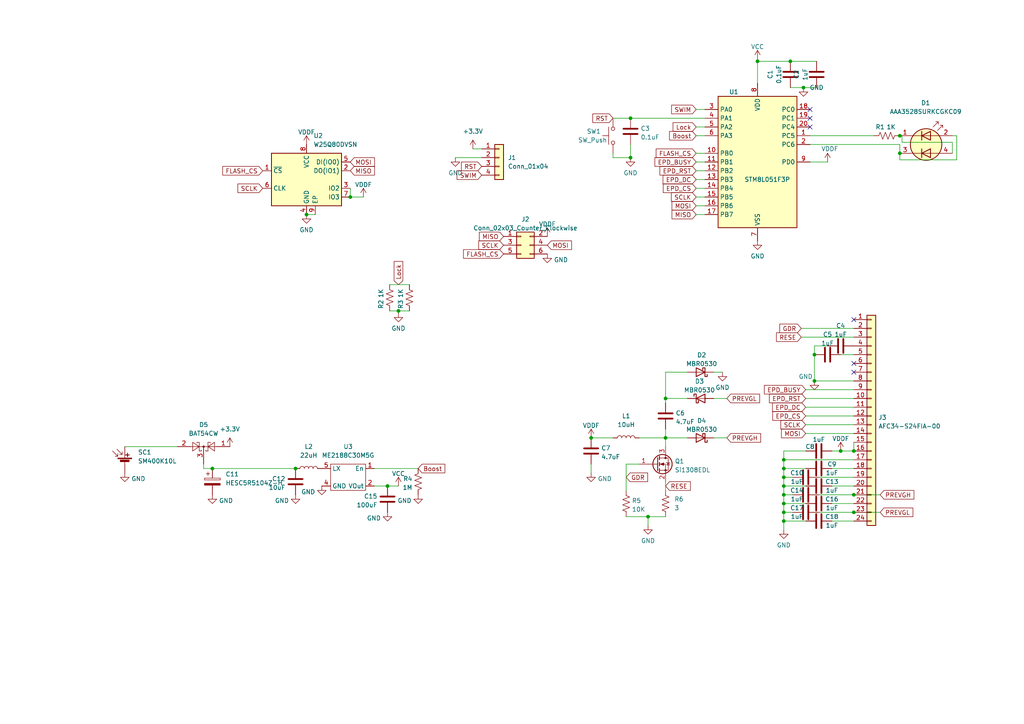
<source format=kicad_sch>
(kicad_sch (version 20211123) (generator eeschema)
  (paper "A4")
  (lib_symbols
    (symbol "Connector_Generic:Conn_01x04" (pin_names (offset 1.016) hide)
      (property "Reference" "J" (at 0 5.08 0))
      (property "Value" "Conn_01x04" (at 0 -7.62 0))
      (symbol "Conn_01x04_1_1"
        (rectangle (start -1.27 -4.953) (end 0 -5.207) (stroke (width 0.1524)))
        (rectangle (start -1.27 -2.413) (end 0 -2.667) (stroke (width 0.1524)))
        (rectangle (start -1.27 0.127) (end 0 -0.127) (stroke (width 0.1524)))
        (rectangle (start -1.27 2.667) (end 0 2.413) (stroke (width 0.1524)))
        (rectangle (start -1.27 3.81) (end 1.27 -6.35) (stroke (width 0.254)) (fill (type background)))
        (pin passive line (at -5.08 2.54 0) (length 3.81) (name "Pin_1") (number "1"))
        (pin passive line (at -5.08 0 0) (length 3.81) (name "Pin_2") (number "2"))
        (pin passive line (at -5.08 -2.54 0) (length 3.81) (name "Pin_3") (number "3"))
        (pin passive line (at -5.08 -5.08 0) (length 3.81) (name "Pin_4") (number "4"))
      )
    )
    (symbol "Connector_Generic:Conn_01x24" (pin_names (offset 1.016) hide)
      (property "Reference" "J" (at 0 30.48 0))
      (property "Value" "Conn_01x24" (at 0 -33.02 0))
      (symbol "Conn_01x24_1_1"
        (rectangle (start -1.27 -30.353) (end 0 -30.607) (stroke (width 0.1524)))
        (rectangle (start -1.27 -27.813) (end 0 -28.067) (stroke (width 0.1524)))
        (rectangle (start -1.27 -25.273) (end 0 -25.527) (stroke (width 0.1524)))
        (rectangle (start -1.27 -22.733) (end 0 -22.987) (stroke (width 0.1524)))
        (rectangle (start -1.27 -20.193) (end 0 -20.447) (stroke (width 0.1524)))
        (rectangle (start -1.27 -17.653) (end 0 -17.907) (stroke (width 0.1524)))
        (rectangle (start -1.27 -15.113) (end 0 -15.367) (stroke (width 0.1524)))
        (rectangle (start -1.27 -12.573) (end 0 -12.827) (stroke (width 0.1524)))
        (rectangle (start -1.27 -10.033) (end 0 -10.287) (stroke (width 0.1524)))
        (rectangle (start -1.27 -7.493) (end 0 -7.747) (stroke (width 0.1524)))
        (rectangle (start -1.27 -4.953) (end 0 -5.207) (stroke (width 0.1524)))
        (rectangle (start -1.27 -2.413) (end 0 -2.667) (stroke (width 0.1524)))
        (rectangle (start -1.27 0.127) (end 0 -0.127) (stroke (width 0.1524)))
        (rectangle (start -1.27 2.667) (end 0 2.413) (stroke (width 0.1524)))
        (rectangle (start -1.27 5.207) (end 0 4.953) (stroke (width 0.1524)))
        (rectangle (start -1.27 7.747) (end 0 7.493) (stroke (width 0.1524)))
        (rectangle (start -1.27 10.287) (end 0 10.033) (stroke (width 0.1524)))
        (rectangle (start -1.27 12.827) (end 0 12.573) (stroke (width 0.1524)))
        (rectangle (start -1.27 15.367) (end 0 15.113) (stroke (width 0.1524)))
        (rectangle (start -1.27 17.907) (end 0 17.653) (stroke (width 0.1524)))
        (rectangle (start -1.27 20.447) (end 0 20.193) (stroke (width 0.1524)))
        (rectangle (start -1.27 22.987) (end 0 22.733) (stroke (width 0.1524)))
        (rectangle (start -1.27 25.527) (end 0 25.273) (stroke (width 0.1524)))
        (rectangle (start -1.27 28.067) (end 0 27.813) (stroke (width 0.1524)))
        (rectangle (start -1.27 29.21) (end 1.27 -31.75) (stroke (width 0.254)) (fill (type background)))
        (pin passive line (at -5.08 27.94 0) (length 3.81) (name "Pin_1") (number "1"))
        (pin passive line (at -5.08 5.08 0) (length 3.81) (name "Pin_10") (number "10"))
        (pin passive line (at -5.08 2.54 0) (length 3.81) (name "Pin_11") (number "11"))
        (pin passive line (at -5.08 0 0) (length 3.81) (name "Pin_12") (number "12"))
        (pin passive line (at -5.08 -2.54 0) (length 3.81) (name "Pin_13") (number "13"))
        (pin passive line (at -5.08 -5.08 0) (length 3.81) (name "Pin_14") (number "14"))
        (pin passive line (at -5.08 -7.62 0) (length 3.81) (name "Pin_15") (number "15"))
        (pin passive line (at -5.08 -10.16 0) (length 3.81) (name "Pin_16") (number "16"))
        (pin passive line (at -5.08 -12.7 0) (length 3.81) (name "Pin_17") (number "17"))
        (pin passive line (at -5.08 -15.24 0) (length 3.81) (name "Pin_18") (number "18"))
        (pin passive line (at -5.08 -17.78 0) (length 3.81) (name "Pin_19") (number "19"))
        (pin passive line (at -5.08 25.4 0) (length 3.81) (name "Pin_2") (number "2"))
        (pin passive line (at -5.08 -20.32 0) (length 3.81) (name "Pin_20") (number "20"))
        (pin passive line (at -5.08 -22.86 0) (length 3.81) (name "Pin_21") (number "21"))
        (pin passive line (at -5.08 -25.4 0) (length 3.81) (name "Pin_22") (number "22"))
        (pin passive line (at -5.08 -27.94 0) (length 3.81) (name "Pin_23") (number "23"))
        (pin passive line (at -5.08 -30.48 0) (length 3.81) (name "Pin_24") (number "24"))
        (pin passive line (at -5.08 22.86 0) (length 3.81) (name "Pin_3") (number "3"))
        (pin passive line (at -5.08 20.32 0) (length 3.81) (name "Pin_4") (number "4"))
        (pin passive line (at -5.08 17.78 0) (length 3.81) (name "Pin_5") (number "5"))
        (pin passive line (at -5.08 15.24 0) (length 3.81) (name "Pin_6") (number "6"))
        (pin passive line (at -5.08 12.7 0) (length 3.81) (name "Pin_7") (number "7"))
        (pin passive line (at -5.08 10.16 0) (length 3.81) (name "Pin_8") (number "8"))
        (pin passive line (at -5.08 7.62 0) (length 3.81) (name "Pin_9") (number "9"))
      )
    )
    (symbol "Connector_Generic:Conn_02x03_Odd_Even" (pin_names (offset 1.016) hide)
      (property "Reference" "J" (at 1.27 5.08 0))
      (property "Value" "Conn_02x03_Odd_Even" (at 1.27 -5.08 0))
      (symbol "Conn_02x03_Odd_Even_1_1"
        (rectangle (start -1.27 -2.413) (end 0 -2.667) (stroke (width 0.1524)))
        (rectangle (start -1.27 0.127) (end 0 -0.127) (stroke (width 0.1524)))
        (rectangle (start -1.27 2.667) (end 0 2.413) (stroke (width 0.1524)))
        (rectangle (start -1.27 3.81) (end 3.81 -3.81) (stroke (width 0.254)) (fill (type background)))
        (rectangle (start 3.81 -2.413) (end 2.54 -2.667) (stroke (width 0.1524)))
        (rectangle (start 3.81 0.127) (end 2.54 -0.127) (stroke (width 0.1524)))
        (rectangle (start 3.81 2.667) (end 2.54 2.413) (stroke (width 0.1524)))
        (pin passive line (at -5.08 2.54 0) (length 3.81) (name "Pin_1") (number "1"))
        (pin passive line (at 7.62 2.54 180) (length 3.81) (name "Pin_2") (number "2"))
        (pin passive line (at -5.08 0 0) (length 3.81) (name "Pin_3") (number "3"))
        (pin passive line (at 7.62 0 180) (length 3.81) (name "Pin_4") (number "4"))
        (pin passive line (at -5.08 -2.54 0) (length 3.81) (name "Pin_5") (number "5"))
        (pin passive line (at 7.62 -2.54 180) (length 3.81) (name "Pin_6") (number "6"))
      )
    )
    (symbol "Device:C" (pin_numbers hide) (pin_names (offset 0.254))
      (property "Reference" "C" (at 0.635 2.54 0))
      (property "Value" "C" (at 0.635 -2.54 0))
      (symbol "C_0_1"
        (polyline (pts (xy -2.032 -0.762) (xy 2.032 -0.762)) (stroke (width 0.508)))
        (polyline (pts (xy -2.032 0.762) (xy 2.032 0.762)) (stroke (width 0.508)))
      )
      (symbol "C_1_1"
        (pin passive line (at 0 3.81 270) (length 2.794) (name "~") (number "1"))
        (pin passive line (at 0 -3.81 90) (length 2.794) (name "~") (number "2"))
      )
    )
    (symbol "Device:C_Polarized" (pin_numbers hide) (pin_names (offset 0.254))
      (property "Reference" "C" (at 0.635 2.54 0))
      (property "Value" "C_Polarized" (at 0.635 -2.54 0))
      (symbol "C_Polarized_0_1"
        (rectangle (start -2.286 0.508) (end 2.286 1.016))
        (polyline (pts (xy -1.778 2.286) (xy -0.762 2.286)))
        (polyline (pts (xy -1.27 2.794) (xy -1.27 1.778)))
        (rectangle (start 2.286 -0.508) (end -2.286 -1.016) (fill (type outline)))
      )
      (symbol "C_Polarized_1_1"
        (pin passive line (at 0 3.81 270) (length 2.794) (name "~") (number "1"))
        (pin passive line (at 0 -3.81 90) (length 2.794) (name "~") (number "2"))
      )
    )
    (symbol "Device:L" (pin_numbers hide) (pin_names (offset 1.016) hide)
      (property "Reference" "L" (at -1.27 0 90))
      (property "Value" "L" (at 1.905 0 90))
      (symbol "L_0_1"
        (arc (start 0 -2.54) (mid 0.635 -1.905) (end 0 -1.27))
        (arc (start 0 -1.27) (mid 0.635 -0.635) (end 0 0))
        (arc (start 0 0) (mid 0.635 0.635) (end 0 1.27))
        (arc (start 0 1.27) (mid 0.635 1.905) (end 0 2.54))
      )
      (symbol "L_1_1"
        (pin passive line (at 0 3.81 270) (length 1.27) (name "1") (number "1"))
        (pin passive line (at 0 -3.81 90) (length 1.27) (name "2") (number "2"))
      )
    )
    (symbol "Device:LED_Dual_KAKA" (pin_names (offset 0) hide)
      (property "Reference" "D" (at 0 5.715 0))
      (property "Value" "LED_Dual_KAKA" (at 0 -6.35 0))
      (symbol "LED_Dual_KAKA_0_1"
        (polyline (pts (xy -5.08 -2.54) (xy 2.032 -2.54)))
        (polyline (pts (xy -5.08 2.54) (xy 2.032 2.54)))
        (polyline (pts (xy -1.27 -1.27) (xy -1.27 -3.81)) (stroke (width 0.254)))
        (polyline (pts (xy -1.27 3.81) (xy -1.27 1.27)) (stroke (width 0.254)))
        (polyline (pts (xy 3.81 -2.54) (xy 1.905 -2.54)))
        (polyline (pts (xy 3.81 2.54) (xy 1.905 2.54)))
        (polyline (pts (xy 1.27 -1.27) (xy 1.27 -3.81) (xy -1.27 -2.54) (xy 1.27 -1.27)) (stroke (width 0.254)))
        (polyline (pts (xy 1.27 3.81) (xy 1.27 1.27) (xy -1.27 2.54) (xy 1.27 3.81)) (stroke (width 0.254)))
        (polyline (pts (xy 2.032 5.08) (xy 3.556 6.604) (xy 2.794 6.604) (xy 3.556 6.604) (xy 3.556 5.842)))
        (polyline (pts (xy 3.302 4.064) (xy 4.826 5.588) (xy 4.064 5.588) (xy 4.826 5.588) (xy 4.826 4.826)))
        (circle (center 0 0) (radius 4.572) (stroke (width 0.254)) (fill (type background)))
      )
      (symbol "LED_Dual_KAKA_1_1"
        (pin input line (at -7.62 2.54 0) (length 3.048) (name "A1") (number "1"))
        (pin input line (at 7.62 2.54 180) (length 3.81) (name "K1") (number "2"))
        (pin input line (at -7.62 -2.54 0) (length 3.048) (name "A2") (number "3"))
        (pin input line (at 7.62 -2.54 180) (length 3.81) (name "K2") (number "4"))
      )
    )
    (symbol "Device:Q_NMOS_GSD" (pin_names (offset 0) hide)
      (property "Reference" "Q" (at 5.08 1.27 0))
      (property "Value" "Q_NMOS_GSD" (at 5.08 -1.27 0))
      (symbol "Q_NMOS_GSD_0_1"
        (polyline (pts (xy 0.254 0) (xy -2.54 0)))
        (polyline (pts (xy 0.254 1.905) (xy 0.254 -1.905)) (stroke (width 0.254)))
        (polyline (pts (xy 0.762 -1.27) (xy 0.762 -2.286)) (stroke (width 0.254)))
        (polyline (pts (xy 0.762 0.508) (xy 0.762 -0.508)) (stroke (width 0.254)))
        (polyline (pts (xy 0.762 2.286) (xy 0.762 1.27)) (stroke (width 0.254)))
        (polyline (pts (xy 2.54 2.54) (xy 2.54 1.778)))
        (polyline (pts (xy 2.54 -2.54) (xy 2.54 0) (xy 0.762 0)))
        (polyline (pts (xy 0.762 -1.778) (xy 3.302 -1.778) (xy 3.302 1.778) (xy 0.762 1.778)))
        (polyline (pts (xy 1.016 0) (xy 2.032 0.381) (xy 2.032 -0.381) (xy 1.016 0)) (fill (type outline)))
        (polyline (pts (xy 2.794 0.508) (xy 2.921 0.381) (xy 3.683 0.381) (xy 3.81 0.254)))
        (polyline (pts (xy 3.302 0.381) (xy 2.921 -0.254) (xy 3.683 -0.254) (xy 3.302 0.381)))
        (circle (center 1.651 0) (radius 2.794) (stroke (width 0.254)))
        (circle (center 2.54 -1.778) (radius 0.254) (fill (type outline)))
        (circle (center 2.54 1.778) (radius 0.254) (fill (type outline)))
      )
      (symbol "Q_NMOS_GSD_1_1"
        (pin input line (at -5.08 0 0) (length 2.54) (name "G") (number "1"))
        (pin passive line (at 2.54 -5.08 90) (length 2.54) (name "S") (number "2"))
        (pin passive line (at 2.54 5.08 270) (length 2.54) (name "D") (number "3"))
      )
    )
    (symbol "Device:R_US" (pin_numbers hide) (pin_names (offset 0))
      (property "Reference" "R" (at 2.54 0 90))
      (property "Value" "R_US" (at -2.54 0 90))
      (symbol "R_US_0_1"
        (polyline (pts (xy 0 -2.286) (xy 0 -2.54)))
        (polyline (pts (xy 0 2.286) (xy 0 2.54)))
        (polyline (pts (xy 0 -0.762) (xy 1.016 -1.143) (xy 0 -1.524) (xy -1.016 -1.905) (xy 0 -2.286)))
        (polyline (pts (xy 0 0.762) (xy 1.016 0.381) (xy 0 0) (xy -1.016 -0.381) (xy 0 -0.762)))
        (polyline (pts (xy 0 2.286) (xy 1.016 1.905) (xy 0 1.524) (xy -1.016 1.143) (xy 0 0.762)))
      )
      (symbol "R_US_1_1"
        (pin passive line (at 0 3.81 270) (length 1.27) (name "~") (number "1"))
        (pin passive line (at 0 -3.81 90) (length 1.27) (name "~") (number "2"))
      )
    )
    (symbol "Device:Solar_Cell" (pin_numbers hide) (pin_names (offset 0) hide)
      (property "Reference" "SC" (at 2.54 2.54 0))
      (property "Value" "Solar_Cell" (at 2.54 0 0))
      (symbol "Solar_Cell_0_1"
        (rectangle (start -2.032 1.778) (end 2.032 1.524) (fill (type outline)))
        (rectangle (start -1.3208 1.1938) (end 1.27 0.6858) (fill (type outline)))
        (polyline (pts (xy -2.032 2.286) (xy -3.556 3.81)))
        (polyline (pts (xy -0.762 2.794) (xy -2.286 4.318)))
        (polyline (pts (xy 0 0.762) (xy 0 0)))
        (polyline (pts (xy 0 1.778) (xy 0 2.54)))
        (polyline (pts (xy 0.254 2.667) (xy 1.27 2.667)) (stroke (width 0.254)))
        (polyline (pts (xy 0.762 3.175) (xy 0.762 2.159)) (stroke (width 0.254)))
        (polyline (pts (xy -2.032 3.048) (xy -2.032 2.286) (xy -2.794 2.286)))
        (polyline (pts (xy -0.762 3.556) (xy -0.762 2.794) (xy -1.524 2.794)))
      )
      (symbol "Solar_Cell_1_1"
        (pin passive line (at 0 5.08 270) (length 2.54) (name "+") (number "1"))
        (pin passive line (at 0 -2.54 90) (length 2.54) (name "-") (number "2"))
      )
    )
    (symbol "Diode:BAT54CW" (pin_names (offset 1.016))
      (property "Reference" "D" (at 0.635 -3.81 0))
      (property "Value" "BAT54CW" (at -6.35 3.175 0))
      (symbol "BAT54CW_0_1"
        (polyline (pts (xy -1.905 0) (xy 1.905 0)))
        (polyline (pts (xy -1.905 1.27) (xy -1.905 1.016)))
        (polyline (pts (xy -1.27 -1.27) (xy -0.635 -1.27)))
        (polyline (pts (xy -1.27 0) (xy -3.81 0)))
        (polyline (pts (xy -1.27 1.27) (xy -1.905 1.27)))
        (polyline (pts (xy -1.27 1.27) (xy -1.27 -1.27)))
        (polyline (pts (xy -0.635 -1.27) (xy -0.635 -1.016)))
        (polyline (pts (xy 0.635 -1.27) (xy 0.635 -1.016)))
        (polyline (pts (xy 1.27 -1.27) (xy 0.635 -1.27)))
        (polyline (pts (xy 1.27 1.27) (xy 1.27 -1.27)))
        (polyline (pts (xy 1.27 1.27) (xy 1.905 1.27)))
        (polyline (pts (xy 1.905 1.27) (xy 1.905 1.016)))
        (polyline (pts (xy 3.81 0) (xy 1.27 0)))
        (polyline (pts (xy -3.175 -1.27) (xy -3.175 1.27) (xy -1.27 0) (xy -3.175 -1.27)))
        (polyline (pts (xy 3.175 -1.27) (xy 3.175 1.27) (xy 1.27 0) (xy 3.175 -1.27)))
        (circle (center 0 0) (radius 0.254) (fill (type outline)))
      )
      (symbol "BAT54CW_1_1"
        (pin passive line (at -7.62 0 0) (length 3.81) (name "~") (number "1"))
        (pin passive line (at 7.62 0 180) (length 3.81) (name "~") (number "2"))
        (pin passive line (at 0 -5.08 90) (length 5.08) (name "~") (number "3"))
      )
    )
    (symbol "Diode:MBR0530" (pin_numbers hide) (pin_names (offset 1.016) hide)
      (property "Reference" "D" (at 0 2.54 0))
      (property "Value" "MBR0530" (at 0 -2.54 0))
      (symbol "MBR0530_0_1"
        (polyline (pts (xy 1.27 0) (xy -1.27 0)))
        (polyline (pts (xy 1.27 1.27) (xy 1.27 -1.27) (xy -1.27 0) (xy 1.27 1.27)) (stroke (width 0.254)))
        (polyline (pts (xy -1.905 0.635) (xy -1.905 1.27) (xy -1.27 1.27) (xy -1.27 -1.27) (xy -0.635 -1.27) (xy -0.635 -0.635)) (stroke (width 0.254)))
      )
      (symbol "MBR0530_1_1"
        (pin passive line (at -3.81 0 0) (length 2.54) (name "K") (number "1"))
        (pin passive line (at 3.81 0 180) (length 2.54) (name "A") (number "2"))
      )
    )
    (symbol "Grange:ME2188"
      (property "Reference" "U" (at 0 1.27 0))
      (property "Value" "ME2188" (at 0 -8.89 0))
      (symbol "ME2188_0_1"
        (rectangle (start -5.08 0) (end 5.08 -7.62))
      )
      (symbol "ME2188_1_1"
        (pin input line (at -7.62 -1.27 0) (length 2.54) (name "En") (number "1"))
        (pin power_out line (at -7.62 -6.35 0) (length 2.54) (name "VOut") (number "2"))
        (pin power_in line (at 7.62 -6.35 180) (length 2.54) (name "GND") (number "4"))
        (pin power_in line (at 7.62 -1.27 180) (length 2.54) (name "LX") (number "5"))
      )
    )
    (symbol "MCU_ST_STM8:STM8L051F3P"
      (property "Reference" "U" (at 1.27 22.86 0))
      (property "Value" "STM8L051F3P" (at 1.27 20.32 0))
      (symbol "STM8L051F3P_0_1"
        (rectangle (start -11.43 19.05) (end 11.43 -19.05) (stroke (width 0.254)) (fill (type background)))
      )
      (symbol "STM8L051F3P_1_1"
        (pin bidirectional line (at 15.24 7.62 180) (length 3.81) (name "PC5") (number "1"))
        (pin bidirectional line (at -15.24 2.54 0) (length 3.81) (name "PB0") (number "10"))
        (pin bidirectional line (at -15.24 0 0) (length 3.81) (name "PB1") (number "11"))
        (pin bidirectional line (at -15.24 -2.54 0) (length 3.81) (name "PB2") (number "12"))
        (pin bidirectional line (at -15.24 -5.08 0) (length 3.81) (name "PB3") (number "13"))
        (pin bidirectional line (at -15.24 -7.62 0) (length 3.81) (name "PB4") (number "14"))
        (pin bidirectional line (at -15.24 -10.16 0) (length 3.81) (name "PB5") (number "15"))
        (pin bidirectional line (at -15.24 -12.7 0) (length 3.81) (name "PB6") (number "16"))
        (pin bidirectional line (at -15.24 -15.24 0) (length 3.81) (name "PB7") (number "17"))
        (pin bidirectional line (at 15.24 15.24 180) (length 3.81) (name "PC0") (number "18"))
        (pin bidirectional line (at 15.24 12.7 180) (length 3.81) (name "PC1") (number "19"))
        (pin bidirectional line (at 15.24 5.08 180) (length 3.81) (name "PC6") (number "2"))
        (pin bidirectional line (at 15.24 10.16 180) (length 3.81) (name "PC4") (number "20"))
        (pin power_in line (at -15.24 15.24 0) (length 3.81) (name "PA0") (number "3"))
        (pin bidirectional line (at -15.24 12.7 0) (length 3.81) (name "PA1") (number "4"))
        (pin bidirectional line (at -15.24 10.16 0) (length 3.81) (name "PA2") (number "5"))
        (pin bidirectional line (at -15.24 7.62 0) (length 3.81) (name "PA3") (number "6"))
        (pin power_in line (at 0 -22.86 90) (length 3.81) (name "VSS") (number "7"))
        (pin power_in line (at 0 22.86 270) (length 3.81) (name "VDD") (number "8"))
        (pin bidirectional line (at 15.24 0 180) (length 3.81) (name "PD0") (number "9"))
      )
    )
    (symbol "Memory_Flash:W25Q32JVZP"
      (property "Reference" "U" (at -8.89 8.89 0))
      (property "Value" "W25Q32JVZP" (at 7.62 8.89 0))
      (symbol "W25Q32JVZP_0_1"
        (rectangle (start -10.16 7.62) (end 10.16 -7.62) (stroke (width 0.254)) (fill (type background)))
      )
      (symbol "W25Q32JVZP_1_1"
        (pin input line (at -12.7 2.54 0) (length 2.54) (name "~{CS}") (number "1"))
        (pin bidirectional line (at 12.7 2.54 180) (length 2.54) (name "DO(IO1)") (number "2"))
        (pin bidirectional line (at 12.7 -2.54 180) (length 2.54) (name "IO2") (number "3"))
        (pin power_in line (at 0 -10.16 90) (length 2.54) (name "GND") (number "4"))
        (pin bidirectional line (at 12.7 5.08 180) (length 2.54) (name "DI(IO0)") (number "5"))
        (pin input line (at -12.7 -2.54 0) (length 2.54) (name "CLK") (number "6"))
        (pin bidirectional line (at 12.7 -5.08 180) (length 2.54) (name "IO3") (number "7"))
        (pin power_in line (at 0 10.16 270) (length 2.54) (name "VCC") (number "8"))
        (pin passive line (at 2.54 -10.16 90) (length 2.54) (name "EP") (number "9"))
      )
    )
    (symbol "Switch:SW_Push" (pin_numbers hide) (pin_names (offset 1.016) hide)
      (property "Reference" "SW" (at 1.27 2.54 0))
      (property "Value" "SW_Push" (at 0 -1.524 0))
      (symbol "SW_Push_0_1"
        (circle (center -2.032 0) (radius 0.508))
        (polyline (pts (xy 0 1.27) (xy 0 3.048)))
        (polyline (pts (xy 2.54 1.27) (xy -2.54 1.27)))
        (circle (center 2.032 0) (radius 0.508))
        (pin passive line (at -5.08 0 0) (length 2.54) (name "1") (number "1"))
        (pin passive line (at 5.08 0 180) (length 2.54) (name "2") (number "2"))
      )
    )
    (symbol "power:+3.3V" (power) (pin_names (offset 0))
      (property "Value" "+3.3V" (at 0 3.556 0))
      (symbol "+3.3V_0_1"
        (polyline (pts (xy -0.762 1.27) (xy 0 2.54)))
        (polyline (pts (xy 0 0) (xy 0 2.54)))
        (polyline (pts (xy 0 2.54) (xy 0.762 1.27)))
      )
      (symbol "+3.3V_1_1"
        (pin power_in line (at 0 0 90) (length 0) hide (name "+3.3V") (number "1"))
      )
    )
    (symbol "power:GND" (power) (pin_names (offset 0))
      (property "Value" "GND" (at 0 -3.81 0))
      (symbol "GND_0_1"
        (polyline (pts (xy 0 0) (xy 0 -1.27) (xy 1.27 -1.27) (xy 0 -2.54) (xy -1.27 -1.27) (xy 0 -1.27)))
      )
      (symbol "GND_1_1"
        (pin power_in line (at 0 0 270) (length 0) hide (name "GND") (number "1"))
      )
    )
    (symbol "power:VCC" (power) (pin_names (offset 0))
      (property "Value" "VCC" (at 0 3.81 0))
      (symbol "VCC_0_1"
        (polyline (pts (xy -0.762 1.27) (xy 0 2.54)))
        (polyline (pts (xy 0 0) (xy 0 2.54)))
        (polyline (pts (xy 0 2.54) (xy 0.762 1.27)))
      )
      (symbol "VCC_1_1"
        (pin power_in line (at 0 0 90) (length 0) hide (name "VCC") (number "1"))
      )
    )
    (symbol "power:VDDF" (power) (pin_names (offset 0))
      (property "Value" "VDDF" (at 0 3.81 0))
      (symbol "VDDF_0_1"
        (polyline (pts (xy -0.762 1.27) (xy 0 2.54)))
        (polyline (pts (xy 0 0) (xy 0 2.54)))
        (polyline (pts (xy 0 2.54) (xy 0.762 1.27)))
      )
      (symbol "VDDF_1_1"
        (pin power_in line (at 0 0 90) (length 0) hide (name "VDDF") (number "1"))
      )
    )
  )
  (junction (at 227.33 135.89))
  (junction (at 247.65 143.51))
  (junction (at 182.88 45.72))
  (junction (at 227.33 138.43))
  (junction (at 219.71 17.78))
  (junction (at 115.57 90.17))
  (junction (at 260.985 39.37))
  (junction (at 61.595 135.89))
  (junction (at 85.725 135.89))
  (junction (at 112.395 140.97))
  (junction (at 243.84 130.81))
  (junction (at 247.65 148.59))
  (junction (at 229.235 17.78))
  (junction (at 193.04 115.57))
  (junction (at 247.65 130.81))
  (junction (at 101.6 57.15))
  (junction (at 88.9 62.23))
  (junction (at 227.33 140.97))
  (junction (at 236.22 110.49))
  (junction (at 227.33 133.35))
  (junction (at 260.985 44.45))
  (junction (at 227.33 146.05))
  (junction (at 171.45 127))
  (junction (at 193.04 127))
  (junction (at 227.33 143.51))
  (junction (at 227.33 148.59))
  (junction (at 233.045 25.4))
  (junction (at 236.22 102.87))
  (junction (at 227.33 151.13))
  (junction (at 187.96 149.86))
  (junction (at 182.88 34.29))
  (no_connect (at 234.95 36.83))
  (no_connect (at 234.95 34.29))
  (no_connect (at 234.95 31.75))
  (no_connect (at 247.65 92.71))
  (no_connect (at 247.65 105.41))
  (no_connect (at 247.65 107.95))
  (wire (pts (xy 171.45 127) (xy 177.8 127)))
  (wire (pts (xy 227.33 151.13) (xy 227.33 148.59)))
  (wire (pts (xy 233.045 25.4) (xy 236.855 25.4)))
  (wire (pts (xy 227.33 146.05) (xy 227.33 143.51)))
  (wire (pts (xy 171.45 134.62) (xy 171.45 137.16)))
  (wire (pts (xy 177.8 45.72) (xy 182.88 45.72)))
  (wire (pts (xy 177.8 34.29) (xy 182.88 34.29)))
  (wire (pts (xy 227.33 133.35) (xy 247.65 133.35)))
  (wire (pts (xy 61.595 135.89) (xy 85.725 135.89)))
  (wire (pts (xy 101.6 57.15) (xy 105.41 57.15)))
  (wire (pts (xy 241.3 140.97) (xy 247.65 140.97)))
  (wire (pts (xy 227.33 133.35) (xy 227.33 130.81)))
  (wire (pts (xy 219.71 17.78) (xy 219.71 24.13)))
  (wire (pts (xy 241.3 130.81) (xy 243.84 130.81)))
  (wire (pts (xy 115.57 90.17) (xy 115.57 90.805)))
  (wire (pts (xy 247.65 143.51) (xy 255.27 143.51)))
  (wire (pts (xy 232.41 95.25) (xy 247.65 95.25)))
  (wire (pts (xy 193.04 124.46) (xy 193.04 127)))
  (wire (pts (xy 113.03 90.17) (xy 115.57 90.17)))
  (wire (pts (xy 227.33 135.89) (xy 227.33 133.35)))
  (wire (pts (xy 234.95 39.37) (xy 253.365 39.37)))
  (wire (pts (xy 237.49 148.59) (xy 247.65 148.59)))
  (wire (pts (xy 201.93 36.83) (xy 204.47 36.83)))
  (wire (pts (xy 115.57 140.97) (xy 112.395 140.97)))
  (wire (pts (xy 233.68 113.03) (xy 247.65 113.03)))
  (wire (pts (xy 201.93 39.37) (xy 204.47 39.37)))
  (wire (pts (xy 237.49 138.43) (xy 247.65 138.43)))
  (wire (pts (xy 201.93 52.07) (xy 204.47 52.07)))
  (wire (pts (xy 115.57 90.17) (xy 118.745 90.17)))
  (wire (pts (xy 201.93 31.75) (xy 204.47 31.75)))
  (wire (pts (xy 236.22 110.49) (xy 247.65 110.49)))
  (wire (pts (xy 227.33 138.43) (xy 229.87 138.43)))
  (wire (pts (xy 240.03 100.33) (xy 236.22 100.33)))
  (wire (pts (xy 181.61 134.62) (xy 185.42 134.62)))
  (wire (pts (xy 241.3 151.13) (xy 247.65 151.13)))
  (wire (pts (xy 219.71 17.78) (xy 229.235 17.78)))
  (wire (pts (xy 233.68 125.73) (xy 247.65 125.73)))
  (wire (pts (xy 233.68 120.65) (xy 247.65 120.65)))
  (wire (pts (xy 181.61 149.86) (xy 187.96 149.86)))
  (wire (pts (xy 227.33 140.97) (xy 233.68 140.97)))
  (wire (pts (xy 260.985 41.91) (xy 260.985 44.45)))
  (wire (pts (xy 232.41 97.79) (xy 247.65 97.79)))
  (wire (pts (xy 187.96 149.86) (xy 193.04 149.86)))
  (wire (pts (xy 193.04 115.57) (xy 193.04 107.95)))
  (wire (pts (xy 201.93 57.15) (xy 204.47 57.15)))
  (wire (pts (xy 243.84 102.87) (xy 247.65 102.87)))
  (wire (pts (xy 260.985 46.355) (xy 260.985 44.45)))
  (wire (pts (xy 137.16 43.18) (xy 139.7 43.18)))
  (wire (pts (xy 193.04 115.57) (xy 199.39 115.57)))
  (wire (pts (xy 227.33 143.51) (xy 229.87 143.51)))
  (wire (pts (xy 233.68 123.19) (xy 247.65 123.19)))
  (wire (pts (xy 132.08 45.72) (xy 139.7 45.72)))
  (wire (pts (xy 261.62 39.37) (xy 261.62 41.275)))
  (wire (pts (xy 193.04 127) (xy 193.04 129.54)))
  (wire (pts (xy 201.93 59.69) (xy 204.47 59.69)))
  (wire (pts (xy 229.235 25.4) (xy 233.045 25.4)))
  (wire (pts (xy 237.49 143.51) (xy 247.65 143.51)))
  (wire (pts (xy 229.235 17.78) (xy 236.855 17.78)))
  (wire (pts (xy 227.33 135.89) (xy 233.68 135.89)))
  (wire (pts (xy 227.33 146.05) (xy 233.68 146.05)))
  (wire (pts (xy 236.22 100.33) (xy 236.22 102.87)))
  (wire (pts (xy 185.42 127) (xy 193.04 127)))
  (wire (pts (xy 247.65 148.59) (xy 255.27 148.59)))
  (wire (pts (xy 182.88 41.91) (xy 182.88 45.72)))
  (wire (pts (xy 261.62 41.275) (xy 276.225 41.275)))
  (wire (pts (xy 181.61 142.24) (xy 181.61 134.62)))
  (wire (pts (xy 182.88 34.29) (xy 204.47 34.29)))
  (wire (pts (xy 36.195 129.54) (xy 51.435 129.54)))
  (wire (pts (xy 227.33 143.51) (xy 227.33 140.97)))
  (wire (pts (xy 101.6 54.61) (xy 101.6 57.15)))
  (wire (pts (xy 112.395 140.97) (xy 108.585 140.97)))
  (wire (pts (xy 241.3 135.89) (xy 247.65 135.89)))
  (wire (pts (xy 187.96 149.86) (xy 187.96 152.4)))
  (wire (pts (xy 227.33 138.43) (xy 227.33 135.89)))
  (wire (pts (xy 207.01 115.57) (xy 210.82 115.57)))
  (wire (pts (xy 277.495 46.355) (xy 260.985 46.355)))
  (wire (pts (xy 193.04 127) (xy 199.39 127)))
  (wire (pts (xy 201.93 46.99) (xy 204.47 46.99)))
  (wire (pts (xy 88.9 62.23) (xy 91.44 62.23)))
  (wire (pts (xy 201.93 62.23) (xy 204.47 62.23)))
  (wire (pts (xy 193.04 107.95) (xy 199.39 107.95)))
  (wire (pts (xy 201.93 54.61) (xy 204.47 54.61)))
  (wire (pts (xy 227.33 130.81) (xy 233.68 130.81)))
  (wire (pts (xy 227.33 148.59) (xy 229.87 148.59)))
  (wire (pts (xy 201.93 49.53) (xy 204.47 49.53)))
  (wire (pts (xy 277.495 39.37) (xy 276.225 39.37)))
  (wire (pts (xy 277.495 46.355) (xy 277.495 39.37)))
  (wire (pts (xy 177.8 44.45) (xy 177.8 45.72)))
  (wire (pts (xy 236.22 102.87) (xy 236.22 110.49)))
  (wire (pts (xy 243.84 130.81) (xy 247.65 130.81)))
  (wire (pts (xy 276.225 41.275) (xy 276.225 44.45)))
  (wire (pts (xy 233.68 115.57) (xy 247.65 115.57)))
  (wire (pts (xy 227.33 153.67) (xy 227.33 151.13)))
  (wire (pts (xy 233.68 118.11) (xy 247.65 118.11)))
  (wire (pts (xy 59.055 135.89) (xy 61.595 135.89)))
  (wire (pts (xy 59.055 134.62) (xy 59.055 135.89)))
  (wire (pts (xy 227.33 151.13) (xy 233.68 151.13)))
  (wire (pts (xy 108.585 135.89) (xy 121.285 135.89)))
  (wire (pts (xy 219.71 17.145) (xy 219.71 17.78)))
  (wire (pts (xy 113.03 82.55) (xy 118.745 82.55)))
  (wire (pts (xy 234.95 46.99) (xy 240.03 46.99)))
  (wire (pts (xy 227.33 148.59) (xy 227.33 146.05)))
  (wire (pts (xy 234.95 41.91) (xy 260.985 41.91)))
  (wire (pts (xy 193.04 139.7) (xy 193.04 142.24)))
  (wire (pts (xy 260.985 39.37) (xy 261.62 39.37)))
  (wire (pts (xy 227.33 140.97) (xy 227.33 138.43)))
  (wire (pts (xy 241.3 146.05) (xy 247.65 146.05)))
  (wire (pts (xy 207.01 127) (xy 210.82 127)))
  (wire (pts (xy 201.93 44.45) (xy 204.47 44.45)))
  (wire (pts (xy 193.04 116.84) (xy 193.04 115.57)))
  (wire (pts (xy 247.65 128.27) (xy 247.65 130.81)))
  (wire (pts (xy 207.01 107.95) (xy 209.55 107.95)))
  (global_label "MISO" (shape input) (at 101.6 49.53 0) (property "Intersheet References" "${INTERSHEET_REFS}" (effects hide)))
  (global_label "SCLK" (shape input) (at 76.2 54.61 180) (property "Intersheet References" "${INTERSHEET_REFS}" (effects hide)))
  (global_label "PREVGH" (shape input) (at 255.27 143.51 0) (property "Intersheet References" "${INTERSHEET_REFS}" (effects hide)))
  (global_label "MOSI" (shape input) (at 158.75 71.12 0) (property "Intersheet References" "${INTERSHEET_REFS}" (effects hide)))
  (global_label "RESE" (shape input) (at 232.41 97.79 180) (property "Intersheet References" "${INTERSHEET_REFS}" (effects hide)))
  (global_label "RST" (shape input) (at 139.7 48.26 180) (property "Intersheet References" "${INTERSHEET_REFS}" (effects hide)))
  (global_label "EPD_BUSY" (shape input) (at 233.68 113.03 180) (property "Intersheet References" "${INTERSHEET_REFS}" (effects hide)))
  (global_label "PREVGL" (shape input) (at 210.82 115.57 0) (property "Intersheet References" "${INTERSHEET_REFS}" (effects hide)))
  (global_label "FLASH_CS" (shape input) (at 76.2 49.53 180) (property "Intersheet References" "${INTERSHEET_REFS}" (effects hide)))
  (global_label "MISO" (shape input) (at 201.93 62.23 180) (property "Intersheet References" "${INTERSHEET_REFS}" (effects hide)))
  (global_label "EPD_CS" (shape input) (at 201.93 54.61 180) (property "Intersheet References" "${INTERSHEET_REFS}" (effects hide)))
  (global_label "Boost" (shape input) (at 121.285 135.89 0) (property "Intersheet References" "${INTERSHEET_REFS}" (effects hide)))
  (global_label "MISO" (shape input) (at 146.05 68.58 180) (property "Intersheet References" "${INTERSHEET_REFS}" (effects hide)))
  (global_label "EPD_RST" (shape input) (at 233.68 115.57 180) (property "Intersheet References" "${INTERSHEET_REFS}" (effects hide)))
  (global_label "EPD_CS" (shape input) (at 233.68 120.65 180) (property "Intersheet References" "${INTERSHEET_REFS}" (effects hide)))
  (global_label "SWIM" (shape input) (at 201.93 31.75 180) (property "Intersheet References" "${INTERSHEET_REFS}" (effects hide)))
  (global_label "SCLK" (shape input) (at 201.93 57.15 180) (property "Intersheet References" "${INTERSHEET_REFS}" (effects hide)))
  (global_label "PREVGL" (shape input) (at 255.27 148.59 0) (property "Intersheet References" "${INTERSHEET_REFS}" (effects hide)))
  (global_label "EPD_BUSY" (shape input) (at 201.93 46.99 180) (property "Intersheet References" "${INTERSHEET_REFS}" (effects hide)))
  (global_label "EPD_DC" (shape input) (at 201.93 52.07 180) (property "Intersheet References" "${INTERSHEET_REFS}" (effects hide)))
  (global_label "MOSI" (shape input) (at 101.6 46.99 0) (property "Intersheet References" "${INTERSHEET_REFS}" (effects hide)))
  (global_label "EPD_RST" (shape input) (at 201.93 49.53 180) (property "Intersheet References" "${INTERSHEET_REFS}" (effects hide)))
  (global_label "MOSI" (shape input) (at 233.68 125.73 180) (property "Intersheet References" "${INTERSHEET_REFS}" (effects hide)))
  (global_label "MOSI" (shape input) (at 201.93 59.69 180) (property "Intersheet References" "${INTERSHEET_REFS}" (effects hide)))
  (global_label "Lock" (shape input) (at 115.57 82.55 90) (property "Intersheet References" "${INTERSHEET_REFS}" (effects hide)))
  (global_label "FLASH_CS" (shape input) (at 146.05 73.66 180) (property "Intersheet References" "${INTERSHEET_REFS}" (effects hide)))
  (global_label "Boost" (shape input) (at 201.93 39.37 180) (property "Intersheet References" "${INTERSHEET_REFS}" (effects hide)))
  (global_label "PREVGH" (shape input) (at 210.82 127 0) (property "Intersheet References" "${INTERSHEET_REFS}" (effects hide)))
  (global_label "RESE" (shape input) (at 193.04 140.97 0) (property "Intersheet References" "${INTERSHEET_REFS}" (effects hide)))
  (global_label "SCLK" (shape input) (at 233.68 123.19 180) (property "Intersheet References" "${INTERSHEET_REFS}" (effects hide)))
  (global_label "Lock" (shape input) (at 201.93 36.83 180) (property "Intersheet References" "${INTERSHEET_REFS}" (effects hide)))
  (global_label "GDR" (shape input) (at 181.61 138.43 0) (property "Intersheet References" "${INTERSHEET_REFS}" (effects hide)))
  (global_label "FLASH_CS" (shape input) (at 201.93 44.45 180) (property "Intersheet References" "${INTERSHEET_REFS}" (effects hide)))
  (global_label "SCLK" (shape input) (at 146.05 71.12 180) (property "Intersheet References" "${INTERSHEET_REFS}" (effects hide)))
  (global_label "RST" (shape input) (at 177.8 34.29 180) (property "Intersheet References" "${INTERSHEET_REFS}" (effects hide)))
  (global_label "GDR" (shape input) (at 232.41 95.25 180) (property "Intersheet References" "${INTERSHEET_REFS}" (effects hide)))
  (global_label "EPD_DC" (shape input) (at 233.68 118.11 180) (property "Intersheet References" "${INTERSHEET_REFS}" (effects hide)))
  (global_label "SWIM" (shape input) (at 139.7 50.8 180) (property "Intersheet References" "${INTERSHEET_REFS}" (effects hide)))
  (symbol (lib_id "Device:C") (at 240.03 102.87 90) (unit 1)
    (property "Reference" "C5" (at 240.03 97.0112 90))
    (property "Value" "1uF" (at 240.03 99.5481 90))
    (property "Footprint" "Capacitor_SMD:C_0603_1608Metric" (effects hide))
  )
  (symbol (lib_id "Device:LED_Dual_KAKA") (at 268.605 41.91 0) (unit 1)
    (property "Reference" "D1" (at 268.478 29.845 0))
    (property "Value" "AAA3528SURKCGKC09" (at 268.478 32.385 0))
    (property "Footprint" "Grange:AAA3528SURKCGKC09" (effects hide))
    (property "Datasheet" "https://www.kingbrightusa.com/images/catalog/SPEC/AAA3528SURKCGKC09.pdf" (effects hide))
  )
  (symbol (lib_id "power:+3.3V") (at 137.16 43.18 0) (unit 1)
    (property "Reference" "#PWR04" (effects hide))
    (property "Value" "+3.3V" (at 137.16 38.1 0))
  )
  (symbol (lib_id "Device:C") (at 233.68 148.59 90) (unit 1)
    (property "Reference" "C17" (at 231.14 147.32 90))
    (property "Value" "1uF" (at 231.14 149.86 90))
    (property "Footprint" "Capacitor_SMD:C_0603_1608Metric" (effects hide))
  )
  (symbol (lib_id "power:VDDF") (at 88.9 41.91 0) (unit 1)
    (property "Reference" "#PWR03" (effects hide))
    (property "Value" "VDDF" (at 88.9 38.3342 0))
  )
  (symbol (lib_id "Diode:BAT54CW") (at 59.055 129.54 0) (mirror y) (unit 1)
    (property "Reference" "D5" (at 59.055 123.19 0))
    (property "Value" "BAT54CW" (at 59.055 125.73 0))
    (property "Footprint" "Package_TO_SOT_SMD:SOT-323_SC-70" (effects hide))
    (property "Datasheet" "https://assets.nexperia.com/documents/data-sheet/BAT54W_SER.pdf" (effects hide))
  )
  (symbol (lib_id "Diode:MBR0530") (at 203.2 115.57 0) (unit 1)
    (property "Reference" "D3" (at 202.8825 110.6002 0))
    (property "Value" "MBR0530" (at 202.8825 113.1371 0))
    (property "Footprint" "Diode_SMD:D_SOD-123" (effects hide))
    (property "Datasheet" "http://www.mccsemi.com/up_pdf/MBR0520~MBR0580(SOD123).pdf" (effects hide))
  )
  (symbol (lib_id "Device:R_US") (at 121.285 139.7 0) (mirror y) (unit 1)
    (property "Reference" "R4" (at 119.634 138.8653 0) (effects (justify left)))
    (property "Value" "1M" (at 119.634 141.4022 0) (effects (justify left)))
    (property "Footprint" "Resistor_SMD:R_0603_1608Metric" (effects hide))
  )
  (symbol (lib_id "power:GND") (at 88.9 62.23 0) (unit 1)
    (property "Reference" "#PWR09" (effects hide))
    (property "Value" "GND" (at 88.9 66.6734 0))
  )
  (symbol (lib_id "Device:R_US") (at 257.175 39.37 270) (unit 1)
    (property "Reference" "R1" (at 255.27 36.83 90))
    (property "Value" "1K" (at 258.445 36.83 90))
    (property "Footprint" "Resistor_SMD:R_0603_1608Metric" (effects hide))
  )
  (symbol (lib_id "Device:C") (at 85.725 139.7 0) (mirror y) (unit 1)
    (property "Reference" "C12" (at 82.804 138.8653 0) (effects (justify left)))
    (property "Value" "10uF" (at 82.804 141.4022 0) (effects (justify left)))
    (property "Footprint" "Capacitor_SMD:C_0603_1608Metric" (effects hide))
  )
  (symbol (lib_id "Connector_Generic:Conn_01x24") (at 252.73 120.65 0) (unit 1)
    (property "Reference" "J3" (at 254.762 121.0853 0) (effects (justify left)))
    (property "Value" "AFC34-S24FIA-00" (at 254.762 123.6222 0) (effects (justify left)))
    (property "Footprint" "Grange_pretty:FPC24" (effects hide))
  )
  (symbol (lib_id "Device:C") (at 112.395 144.78 0) (mirror y) (unit 1)
    (property "Reference" "C15" (at 109.474 143.9453 0) (effects (justify left)))
    (property "Value" "100uF" (at 109.474 146.4822 0) (effects (justify left)))
    (property "Footprint" "Capacitor_SMD:C_1206_3216Metric" (effects hide))
  )
  (symbol (lib_id "Device:C") (at 237.49 130.81 90) (unit 1)
    (property "Reference" "C8" (at 234.95 129.54 90))
    (property "Value" "1uF" (at 237.49 127.4881 90))
    (property "Footprint" "Capacitor_SMD:C_0603_1608Metric" (effects hide))
  )
  (symbol (lib_id "power:VDDF") (at 243.84 130.81 0) (unit 1)
    (property "Reference" "#PWR018" (effects hide))
    (property "Value" "VDDF" (at 243.84 127.2342 0))
  )
  (symbol (lib_id "Device:C") (at 236.855 21.59 180) (unit 1)
    (property "Reference" "C2" (at 230.9962 21.59 90))
    (property "Value" "1uF" (at 233.5331 21.59 90))
    (property "Footprint" "Capacitor_SMD:C_0603_1608Metric" (effects hide))
  )
  (symbol (lib_id "Device:C") (at 237.49 135.89 90) (unit 1)
    (property "Reference" "C9" (at 241.3 134.62 90))
    (property "Value" "1uF" (at 241.3 137.16 90))
    (property "Footprint" "Capacitor_SMD:C_0603_1608Metric" (effects hide))
  )
  (symbol (lib_id "Device:C") (at 233.68 143.51 90) (unit 1)
    (property "Reference" "C14" (at 231.14 142.24 90))
    (property "Value" "1uF" (at 231.14 144.78 90))
    (property "Footprint" "Capacitor_SMD:C_0603_1608Metric" (effects hide))
  )
  (symbol (lib_id "Device:C") (at 171.45 130.81 180) (unit 1)
    (property "Reference" "C7" (at 174.371 129.9753 0) (effects (justify right)))
    (property "Value" "4.7uF" (at 174.371 132.5122 0) (effects (justify right)))
    (property "Footprint" "Capacitor_SMD:C_0603_1608Metric" (effects hide))
  )
  (symbol (lib_id "Device:R_US") (at 193.04 146.05 0) (unit 1)
    (property "Reference" "R6" (at 195.58 144.7799 0) (effects (justify left)))
    (property "Value" "3" (at 195.58 147.3199 0) (effects (justify left)))
    (property "Footprint" "Resistor_SMD:R_0603_1608Metric" (effects hide))
  )
  (symbol (lib_id "Device:C") (at 229.235 21.59 180) (unit 1)
    (property "Reference" "C1" (at 223.3762 21.59 90))
    (property "Value" "0.1uF" (at 225.9131 21.59 90))
    (property "Footprint" "Capacitor_SMD:C_0603_1608Metric" (effects hide))
  )
  (symbol (lib_id "power:+3.3V") (at 66.675 129.54 0) (unit 1)
    (property "Reference" "#PWR017" (effects hide))
    (property "Value" "+3.3V" (at 66.675 124.46 0))
  )
  (symbol (lib_id "Memory_Flash:W25Q32JVZP") (at 88.9 52.07 0) (unit 1)
    (property "Reference" "U2" (at 90.9194 39.37 0) (effects (justify left)))
    (property "Value" "W25Q80DVSN" (at 90.9194 41.91 0) (effects (justify left)))
    (property "Footprint" "Package_SO:SOIC-8_3.9x4.9mm_P1.27mm" (effects hide))
    (property "Datasheet" "https://www.mouser.com/datasheet/2/949/w25q80dv_dl_revh_10022015-1489677.pdf" (effects hide))
  )
  (symbol (lib_id "power:GND") (at 115.57 90.805 0) (unit 1)
    (property "Reference" "#PWR013" (effects hide))
    (property "Value" "GND" (at 115.57 95.2484 0))
  )
  (symbol (lib_id "MCU_ST_STM8:STM8L051F3P") (at 219.71 46.99 0) (unit 1)
    (property "Reference" "U1" (at 211.455 26.67 0) (effects (justify left)))
    (property "Value" "STM8L051F3P" (at 215.9 52.07 0) (effects (justify left)))
    (property "Footprint" "Package_SO:TSSOP-20_4.4x6.5mm_P0.65mm" (effects hide))
    (property "Datasheet" "http://www.st.com/st-web-ui/static/active/en/resource/technical/document/datasheet/DM00060484.pdf" (effects hide))
  )
  (symbol (lib_id "power:GND") (at 93.345 140.97 0) (mirror y) (unit 1)
    (property "Reference" "#PWR021" (effects hide))
    (property "Value" "GND" (at 91.44 142.6738 0) (effects (justify left)))
  )
  (symbol (lib_id "power:GND") (at 132.08 45.72 0) (unit 1)
    (property "Reference" "#PWR05" (effects hide))
    (property "Value" "GND" (at 132.08 50.1634 0))
  )
  (symbol (lib_id "Diode:MBR0530") (at 203.2 127 180) (unit 1)
    (property "Reference" "D4" (at 203.5175 122.0302 0))
    (property "Value" "MBR0530" (at 203.5175 124.5671 0))
    (property "Footprint" "Diode_SMD:D_SOD-123" (effects hide))
    (property "Datasheet" "http://www.mccsemi.com/up_pdf/MBR0520~MBR0580(SOD123).pdf" (effects hide))
  )
  (symbol (lib_id "Device:C") (at 237.49 140.97 90) (unit 1)
    (property "Reference" "C13" (at 241.3 139.7 90))
    (property "Value" "1uF" (at 241.3 142.24 90))
    (property "Footprint" "Capacitor_SMD:C_0603_1608Metric" (effects hide))
  )
  (symbol (lib_id "power:GND") (at 219.71 69.85 0) (unit 1)
    (property "Reference" "#PWR011" (effects hide))
    (property "Value" "GND" (at 219.71 74.2934 0))
  )
  (symbol (lib_id "power:GND") (at 187.96 152.4 0) (unit 1)
    (property "Reference" "#PWR027" (effects hide))
    (property "Value" "GND" (at 187.96 156.8434 0))
  )
  (symbol (lib_id "Device:Solar_Cell") (at 36.195 134.62 0) (unit 1)
    (property "Reference" "SC1" (at 40.005 131.1909 0) (effects (justify left)))
    (property "Value" "SM400K10L" (at 40.005 133.7309 0) (effects (justify left)))
    (property "Footprint" "Grange:SM400K10L" (effects hide))
    (property "Datasheet" "https://waf-e.dubudisk.com/anysolar.dubuplus.com/techsupport@anysolar.biz/O18Ae0I/DubuDisk/www/Gen3/SM400K10L%20DATA%20SHEET%20202007.pdf" (effects hide))
  )
  (symbol (lib_id "power:VCC") (at 115.57 140.97 0) (mirror y) (unit 1)
    (property "Reference" "#PWR022" (effects hide))
    (property "Value" "VCC" (at 115.57 137.3942 0))
  )
  (symbol (lib_id "power:VDDF") (at 171.45 127 0) (unit 1)
    (property "Reference" "#PWR016" (effects hide))
    (property "Value" "VDDF" (at 171.45 123.4242 0))
  )
  (symbol (lib_id "Device:L") (at 89.535 135.89 270) (mirror x) (unit 1)
    (property "Reference" "L2" (at 89.535 129.54 90))
    (property "Value" "22uH" (at 89.535 132.08 90))
    (property "Footprint" "Inductor_SMD:L_Taiyo-Yuden_NR-30xx" (effects hide))
  )
  (symbol (lib_id "power:GND") (at 112.395 148.59 0) (mirror y) (unit 1)
    (property "Reference" "#PWR026" (effects hide))
    (property "Value" "GND" (at 110.49 150.2938 0) (effects (justify left)))
  )
  (symbol (lib_id "Device:C") (at 233.68 138.43 90) (unit 1)
    (property "Reference" "C10" (at 231.14 137.16 90))
    (property "Value" "1uF" (at 231.14 139.7 90))
    (property "Footprint" "Capacitor_SMD:C_0603_1608Metric" (effects hide))
  )
  (symbol (lib_id "power:GND") (at 121.285 143.51 0) (mirror y) (unit 1)
    (property "Reference" "#PWR025" (effects hide))
    (property "Value" "GND" (at 119.38 145.2138 0) (effects (justify left)))
  )
  (symbol (lib_id "power:GND") (at 85.725 143.51 0) (mirror y) (unit 1)
    (property "Reference" "#PWR024" (effects hide))
    (property "Value" "GND" (at 83.82 145.2138 0) (effects (justify left)))
  )
  (symbol (lib_id "Device:C_Polarized") (at 61.595 139.7 0) (unit 1)
    (property "Reference" "C11" (at 65.405 137.5409 0) (effects (justify left)))
    (property "Value" "HESC5R5104Z-H" (at 65.405 140.0809 0) (effects (justify left)))
    (property "Footprint" "Grange:HESC5R5104Z" (effects hide))
    (property "Datasheet" "HESC5R5104Z(Z009)-H" (effects hide))
  )
  (symbol (lib_id "power:GND") (at 61.595 143.51 0) (unit 1)
    (property "Reference" "#PWR023" (effects hide))
    (property "Value" "GND" (at 63.5 145.2138 0) (effects (justify left)))
  )
  (symbol (lib_id "power:GND") (at 227.33 153.67 0) (unit 1)
    (property "Reference" "#PWR028" (effects hide))
    (property "Value" "GND" (at 227.33 158.1134 0))
  )
  (symbol (lib_id "Diode:MBR0530") (at 203.2 107.95 180) (unit 1)
    (property "Reference" "D2" (at 203.5175 102.9802 0))
    (property "Value" "MBR0530" (at 203.5175 105.5171 0))
    (property "Footprint" "Diode_SMD:D_SOD-123" (effects hide))
    (property "Datasheet" "http://www.mccsemi.com/up_pdf/MBR0520~MBR0580(SOD123).pdf" (effects hide))
  )
  (symbol (lib_id "Device:C") (at 193.04 120.65 180) (unit 1)
    (property "Reference" "C6" (at 195.961 119.8153 0) (effects (justify right)))
    (property "Value" "4.7uF" (at 195.961 122.3522 0) (effects (justify right)))
    (property "Footprint" "Capacitor_SMD:C_0603_1608Metric" (effects hide))
  )
  (symbol (lib_id "Device:R_US") (at 113.03 86.36 0) (unit 1)
    (property "Reference" "R2" (at 110.49 88.265 90))
    (property "Value" "1K" (at 110.49 85.09 90))
    (property "Footprint" "Resistor_SMD:R_0603_1608Metric" (effects hide))
  )
  (symbol (lib_id "Connector_Generic:Conn_02x03_Odd_Even") (at 151.13 71.12 0) (unit 1)
    (property "Reference" "J2" (at 152.4 63.6102 0))
    (property "Value" "Conn_02x03_Counter_Clockwise" (at 152.4 66.1471 0))
    (property "Footprint" "Connector_PinHeader_1.27mm:PinHeader_2x03_P1.27mm_Vertical" (effects hide))
  )
  (symbol (lib_id "Device:C") (at 237.49 146.05 90) (unit 1)
    (property "Reference" "C16" (at 241.3 144.78 90))
    (property "Value" "1uF" (at 241.3 147.32 90))
    (property "Footprint" "Capacitor_SMD:C_0603_1608Metric" (effects hide))
  )
  (symbol (lib_id "power:GND") (at 171.45 137.16 0) (unit 1)
    (property "Reference" "#PWR020" (effects hide))
    (property "Value" "GND" (at 173.355 138.8638 0) (effects (justify left)))
  )
  (symbol (lib_id "Grange:ME2188") (at 100.965 134.62 0) (mirror y) (unit 1)
    (property "Reference" "U3" (at 100.965 129.54 0))
    (property "Value" "ME2188C30M5G" (at 100.965 132.08 0))
    (property "Footprint" "Package_TO_SOT_SMD:SOT-23-5" (effects hide))
    (property "Datasheet" "https://datasheet.lcsc.com/lcsc/1810010717_MICRONE-Nanjing-Micro-One-Elec-ME2188A33M3G_C111932.pdf" (effects hide))
  )
  (symbol (lib_id "power:GND") (at 233.045 25.4 0) (unit 1)
    (property "Reference" "#PWR02" (effects hide))
    (property "Value" "GND" (at 236.855 25.4 0))
  )
  (symbol (lib_id "power:GND") (at 36.195 137.16 0) (unit 1)
    (property "Reference" "#PWR019" (effects hide))
    (property "Value" "GND" (at 38.1 138.8638 0) (effects (justify left)))
  )
  (symbol (lib_id "Device:C") (at 237.49 151.13 90) (unit 1)
    (property "Reference" "C18" (at 241.3 149.86 90))
    (property "Value" "1uF" (at 241.3 152.4 90))
    (property "Footprint" "Capacitor_SMD:C_0603_1608Metric" (effects hide))
  )
  (symbol (lib_id "power:VDDF") (at 158.75 68.58 0) (unit 1)
    (property "Reference" "#PWR010" (effects hide))
    (property "Value" "VDDF" (at 158.75 65.0042 0))
  )
  (symbol (lib_id "power:GND") (at 158.75 73.66 0) (unit 1)
    (property "Reference" "#PWR012" (effects hide))
    (property "Value" "GND" (at 160.655 75.3638 0) (effects (justify left)))
  )
  (symbol (lib_id "Device:R_US") (at 181.61 146.05 0) (unit 1)
    (property "Reference" "R5" (at 183.261 145.2153 0) (effects (justify left)))
    (property "Value" "10K" (at 183.261 147.7522 0) (effects (justify left)))
    (property "Footprint" "Resistor_SMD:R_0603_1608Metric" (effects hide))
  )
  (symbol (lib_id "Connector_Generic:Conn_01x04") (at 144.78 45.72 0) (unit 1)
    (property "Reference" "J1" (at 147.32 45.7199 0) (effects (justify left)))
    (property "Value" "Conn_01x04" (at 147.32 48.2599 0) (effects (justify left)))
    (property "Footprint" "Connector_PinSocket_1.27mm:PinSocket_1x04_P1.27mm_Vertical" (effects hide))
  )
  (symbol (lib_id "power:VDDF") (at 105.41 57.15 0) (unit 1)
    (property "Reference" "#PWR08" (effects hide))
    (property "Value" "VDDF" (at 105.41 53.5742 0))
  )
  (symbol (lib_id "Device:C") (at 182.88 38.1 0) (unit 1)
    (property "Reference" "C3" (at 185.801 37.2653 0) (effects (justify left)))
    (property "Value" "0.1uF" (at 185.801 39.8022 0) (effects (justify left)))
    (property "Footprint" "Capacitor_SMD:C_0603_1608Metric" (effects hide))
  )
  (symbol (lib_id "Device:Q_NMOS_GSD") (at 190.5 134.62 0) (unit 1)
    (property "Reference" "Q1" (at 195.707 133.7853 0) (effects (justify left)))
    (property "Value" "Si1308EDL" (at 195.707 136.3222 0) (effects (justify left)))
    (property "Footprint" "Package_TO_SOT_SMD:SOT-323_SC-70" (effects hide))
  )
  (symbol (lib_id "Device:C") (at 243.84 100.33 90) (unit 1)
    (property "Reference" "C4" (at 243.84 94.4712 90))
    (property "Value" "1uF" (at 243.84 97.0081 90))
    (property "Footprint" "Capacitor_SMD:C_0603_1608Metric" (effects hide))
  )
  (symbol (lib_id "power:GND") (at 209.55 107.95 0) (unit 1)
    (property "Reference" "#PWR014" (effects hide))
    (property "Value" "GND" (at 209.55 112.3934 0))
  )
  (symbol (lib_id "Device:L") (at 181.61 127 90) (unit 1)
    (property "Reference" "L1" (at 181.61 120.65 90))
    (property "Value" "10uH" (at 181.61 123.19 90))
    (property "Footprint" "Inductor_SMD:L_Taiyo-Yuden_NR-30xx" (effects hide))
    (property "Datasheet" "NRH3012T100MN" (effects hide))
  )
  (symbol (lib_id "Device:R_US") (at 118.745 86.36 0) (unit 1)
    (property "Reference" "R3" (at 116.205 88.265 90))
    (property "Value" "1K" (at 116.205 85.09 90))
    (property "Footprint" "Resistor_SMD:R_0603_1608Metric" (effects hide))
  )
  (symbol (lib_id "power:GND") (at 182.88 45.72 0) (unit 1)
    (property "Reference" "#PWR06" (effects hide))
    (property "Value" "GND" (at 182.88 50.1634 0))
  )
  (symbol (lib_id "power:VDDF") (at 240.03 46.99 0) (unit 1)
    (property "Reference" "#PWR07" (effects hide))
    (property "Value" "VDDF" (at 240.665 43.18 0))
  )
  (symbol (lib_id "power:GND") (at 236.22 110.49 0) (unit 1)
    (property "Reference" "#PWR015" (effects hide))
    (property "Value" "GND" (at 233.68 109.22 0))
  )
  (symbol (lib_id "Switch:SW_Push") (at 177.8 39.37 90) (unit 1)
    (property "Reference" "SW1" (at 170.18 38.1 90) (effects (justify right)))
    (property "Value" "SW_Push" (at 167.64 40.64 90) (effects (justify right)))
    (property "Footprint" "Button_Switch_SMD:SW_Push_SPST_NO_Alps_SKRK" (effects hide))
  )
  (symbol (lib_id "power:VCC") (at 219.71 17.145 0) (unit 1)
    (property "Reference" "#PWR01" (effects hide))
    (property "Value" "VCC" (at 219.71 13.5692 0))
  )
)
</source>
